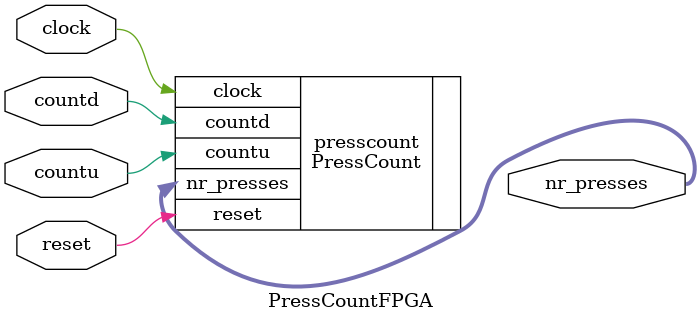
<source format=v>
module PressCountFPGA(clock,reset,countu,countd,nr_presses);
   input wire        clock;
   input wire 	     reset;

   input wire 	     countu;
   input wire 	     countd;

   output wire [7:0] nr_presses;

   PressCount
   presscount (.clock(clock),
	       .reset(reset),

	       .countu(countu),
	       .countd(countd),

	       .nr_presses(nr_presses));
endmodule // PressCountFPGA

</source>
